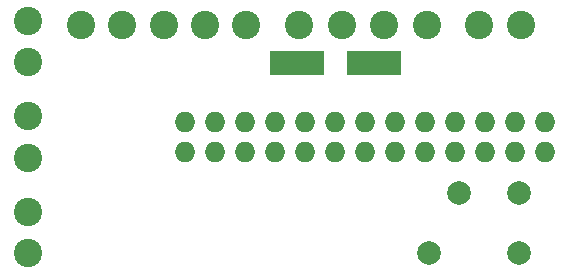
<source format=gts>
G04 #@! TF.FileFunction,Soldermask,Top*
%FSLAX46Y46*%
G04 Gerber Fmt 4.6, Leading zero omitted, Abs format (unit mm)*
G04 Created by KiCad (PCBNEW 4.0.2+dfsg1-stable) date Fri 07 Oct 2016 10:33:26 BST*
%MOMM*%
G01*
G04 APERTURE LIST*
%ADD10C,0.150000*%
%ADD11C,2.000000*%
%ADD12C,2.000000*%
%ADD13O,1.727200X1.727200*%
%ADD14C,2.400000*%
%ADD15R,2.000000X2.000000*%
G04 APERTURE END LIST*
D10*
D11*
X154300000Y-122760000D02*
X156300000Y-122760000D01*
X160800000Y-122760000D02*
X162800000Y-122760000D01*
D12*
X174110000Y-138800000D03*
X174110000Y-133720000D03*
X166490000Y-138800000D03*
X169030000Y-133720000D03*
D13*
X145800000Y-130300000D03*
X145800000Y-127760000D03*
X148340000Y-130300000D03*
X148340000Y-127760000D03*
X150880000Y-130300000D03*
X150880000Y-127760000D03*
X153420000Y-130300000D03*
X153420000Y-127760000D03*
X155960000Y-130300000D03*
X155960000Y-127760000D03*
X158500000Y-130300000D03*
X158500000Y-127760000D03*
X161040000Y-130300000D03*
X161040000Y-127760000D03*
X163580000Y-130300000D03*
X163580000Y-127760000D03*
X166120000Y-130300000D03*
X166120000Y-127760000D03*
X168660000Y-130300000D03*
X168660000Y-127760000D03*
X171200000Y-130300000D03*
X171200000Y-127760000D03*
X173740000Y-130300000D03*
X173740000Y-127760000D03*
X176280000Y-130300000D03*
X176280000Y-127760000D03*
D14*
X174250000Y-119500000D03*
X170750000Y-119500000D03*
X132500000Y-135350000D03*
X132500000Y-138850000D03*
X132500000Y-127250000D03*
X132500000Y-130750000D03*
X132500000Y-119150000D03*
X132500000Y-122650000D03*
X137000000Y-119500000D03*
X151000000Y-119500000D03*
X140500000Y-119500000D03*
X147500000Y-119500000D03*
X144000000Y-119500000D03*
X166300000Y-119500000D03*
X155500000Y-119500000D03*
X162650000Y-119500000D03*
X159150000Y-119500000D03*
D15*
X154050000Y-122760000D03*
X156550000Y-122760000D03*
X160550000Y-122760000D03*
X163050000Y-122760000D03*
M02*

</source>
